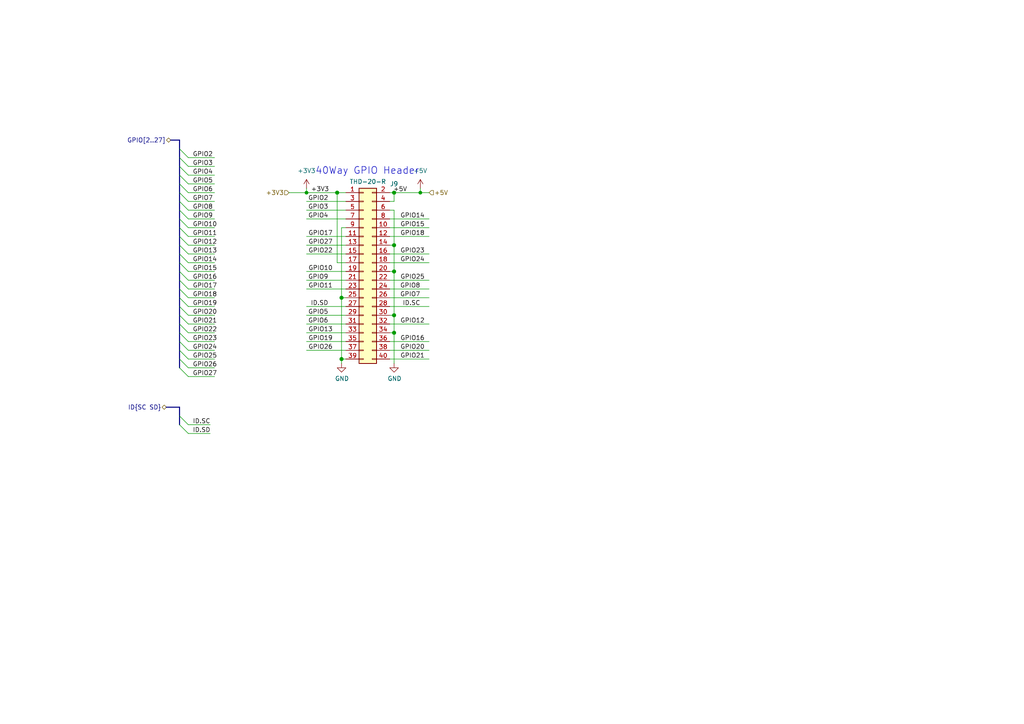
<source format=kicad_sch>
(kicad_sch (version 20211123) (generator eeschema)
  (paper "A4")
  (lib_symbols
    (symbol "Connector_Generic:Conn_02x20_Odd_Even" (pin_names hide)
      (property "Reference" "J" (at 1.27 25.4 0))
      (property "Value" "Conn_02x20_Odd_Even" (at 1.27 -27.94 0))
      (symbol "Conn_02x20_Odd_Even_1_1"
        (rectangle (start -1.27 -25.273) (end 0 -25.527))
        (rectangle (start -1.27 -22.733) (end 0 -22.987))
        (rectangle (start -1.27 -20.193) (end 0 -20.447))
        (rectangle (start -1.27 -17.653) (end 0 -17.907))
        (rectangle (start -1.27 -15.113) (end 0 -15.367))
        (rectangle (start -1.27 -12.573) (end 0 -12.827))
        (rectangle (start -1.27 -10.033) (end 0 -10.287))
        (rectangle (start -1.27 -7.493) (end 0 -7.747))
        (rectangle (start -1.27 -4.953) (end 0 -5.207))
        (rectangle (start -1.27 -2.413) (end 0 -2.667))
        (rectangle (start -1.27 0.127) (end 0 -0.127))
        (rectangle (start -1.27 2.667) (end 0 2.413))
        (rectangle (start -1.27 5.207) (end 0 4.953))
        (rectangle (start -1.27 7.747) (end 0 7.493))
        (rectangle (start -1.27 10.287) (end 0 10.033))
        (rectangle (start -1.27 12.827) (end 0 12.573))
        (rectangle (start -1.27 15.367) (end 0 15.113))
        (rectangle (start -1.27 17.907) (end 0 17.653))
        (rectangle (start -1.27 20.447) (end 0 20.193))
        (rectangle (start -1.27 22.987) (end 0 22.733))
        (rectangle (start -1.27 24.13) (end 3.81 -26.67) (stroke (width 0.254)) (fill (type background)))
        (rectangle (start 3.81 -25.273) (end 2.54 -25.527))
        (rectangle (start 3.81 -22.733) (end 2.54 -22.987))
        (rectangle (start 3.81 -20.193) (end 2.54 -20.447))
        (rectangle (start 3.81 -17.653) (end 2.54 -17.907))
        (rectangle (start 3.81 -15.113) (end 2.54 -15.367))
        (rectangle (start 3.81 -12.573) (end 2.54 -12.827))
        (rectangle (start 3.81 -10.033) (end 2.54 -10.287))
        (rectangle (start 3.81 -7.493) (end 2.54 -7.747))
        (rectangle (start 3.81 -4.953) (end 2.54 -5.207))
        (rectangle (start 3.81 -2.413) (end 2.54 -2.667))
        (rectangle (start 3.81 0.127) (end 2.54 -0.127))
        (rectangle (start 3.81 2.667) (end 2.54 2.413))
        (rectangle (start 3.81 5.207) (end 2.54 4.953))
        (rectangle (start 3.81 7.747) (end 2.54 7.493))
        (rectangle (start 3.81 10.287) (end 2.54 10.033))
        (rectangle (start 3.81 12.827) (end 2.54 12.573))
        (rectangle (start 3.81 15.367) (end 2.54 15.113))
        (rectangle (start 3.81 17.907) (end 2.54 17.653))
        (rectangle (start 3.81 20.447) (end 2.54 20.193))
        (rectangle (start 3.81 22.987) (end 2.54 22.733))
        (pin passive line (at -5.08 22.86 0) (length 3.81) (name "Pin_1") (number "1"))
        (pin passive line (at 7.62 12.7 180) (length 3.81) (name "Pin_10") (number "10"))
        (pin passive line (at -5.08 10.16 0) (length 3.81) (name "Pin_11") (number "11"))
        (pin passive line (at 7.62 10.16 180) (length 3.81) (name "Pin_12") (number "12"))
        (pin passive line (at -5.08 7.62 0) (length 3.81) (name "Pin_13") (number "13"))
        (pin passive line (at 7.62 7.62 180) (length 3.81) (name "Pin_14") (number "14"))
        (pin passive line (at -5.08 5.08 0) (length 3.81) (name "Pin_15") (number "15"))
        (pin passive line (at 7.62 5.08 180) (length 3.81) (name "Pin_16") (number "16"))
        (pin passive line (at -5.08 2.54 0) (length 3.81) (name "Pin_17") (number "17"))
        (pin passive line (at 7.62 2.54 180) (length 3.81) (name "Pin_18") (number "18"))
        (pin passive line (at -5.08 0 0) (length 3.81) (name "Pin_19") (number "19"))
        (pin passive line (at 7.62 22.86 180) (length 3.81) (name "Pin_2") (number "2"))
        (pin passive line (at 7.62 0 180) (length 3.81) (name "Pin_20") (number "20"))
        (pin passive line (at -5.08 -2.54 0) (length 3.81) (name "Pin_21") (number "21"))
        (pin passive line (at 7.62 -2.54 180) (length 3.81) (name "Pin_22") (number "22"))
        (pin passive line (at -5.08 -5.08 0) (length 3.81) (name "Pin_23") (number "23"))
        (pin passive line (at 7.62 -5.08 180) (length 3.81) (name "Pin_24") (number "24"))
        (pin passive line (at -5.08 -7.62 0) (length 3.81) (name "Pin_25") (number "25"))
        (pin passive line (at 7.62 -7.62 180) (length 3.81) (name "Pin_26") (number "26"))
        (pin passive line (at -5.08 -10.16 0) (length 3.81) (name "Pin_27") (number "27"))
        (pin passive line (at 7.62 -10.16 180) (length 3.81) (name "Pin_28") (number "28"))
        (pin passive line (at -5.08 -12.7 0) (length 3.81) (name "Pin_29") (number "29"))
        (pin passive line (at -5.08 20.32 0) (length 3.81) (name "Pin_3") (number "3"))
        (pin passive line (at 7.62 -12.7 180) (length 3.81) (name "Pin_30") (number "30"))
        (pin passive line (at -5.08 -15.24 0) (length 3.81) (name "Pin_31") (number "31"))
        (pin passive line (at 7.62 -15.24 180) (length 3.81) (name "Pin_32") (number "32"))
        (pin passive line (at -5.08 -17.78 0) (length 3.81) (name "Pin_33") (number "33"))
        (pin passive line (at 7.62 -17.78 180) (length 3.81) (name "Pin_34") (number "34"))
        (pin passive line (at -5.08 -20.32 0) (length 3.81) (name "Pin_35") (number "35"))
        (pin passive line (at 7.62 -20.32 180) (length 3.81) (name "Pin_36") (number "36"))
        (pin passive line (at -5.08 -22.86 0) (length 3.81) (name "Pin_37") (number "37"))
        (pin passive line (at 7.62 -22.86 180) (length 3.81) (name "Pin_38") (number "38"))
        (pin passive line (at -5.08 -25.4 0) (length 3.81) (name "Pin_39") (number "39"))
        (pin passive line (at 7.62 20.32 180) (length 3.81) (name "Pin_4") (number "4"))
        (pin passive line (at 7.62 -25.4 180) (length 3.81) (name "Pin_40") (number "40"))
        (pin passive line (at -5.08 17.78 0) (length 3.81) (name "Pin_5") (number "5"))
        (pin passive line (at 7.62 17.78 180) (length 3.81) (name "Pin_6") (number "6"))
        (pin passive line (at -5.08 15.24 0) (length 3.81) (name "Pin_7") (number "7"))
        (pin passive line (at 7.62 15.24 180) (length 3.81) (name "Pin_8") (number "8"))
        (pin passive line (at -5.08 12.7 0) (length 3.81) (name "Pin_9") (number "9"))
      )
    )
    (symbol "power:+3V3" (power) (pin_names (offset 0))
      (property "Value" "+3V3" (at 0 3.556 0))
      (symbol "+3V3_0_1"
        (polyline (pts (xy -0.762 1.27) (xy 0 2.54)))
        (polyline (pts (xy 0 0) (xy 0 2.54)))
        (polyline (pts (xy 0 2.54) (xy 0.762 1.27)))
      )
      (symbol "+3V3_1_1"
        (pin power_in line (at 0 0 90) (length 0) hide (name "+3V3") (number "1"))
      )
    )
    (symbol "power:+5V" (power) (pin_names (offset 0))
      (property "Value" "+5V" (at 0 3.556 0))
      (symbol "+5V_0_1"
        (polyline (pts (xy -0.762 1.27) (xy 0 2.54)))
        (polyline (pts (xy 0 0) (xy 0 2.54)))
        (polyline (pts (xy 0 2.54) (xy 0.762 1.27)))
      )
      (symbol "+5V_1_1"
        (pin power_in line (at 0 0 90) (length 0) hide (name "+5V") (number "1"))
      )
    )
    (symbol "power:GND" (power) (pin_names (offset 0))
      (property "Value" "GND" (at 0 -3.81 0))
      (symbol "GND_0_1"
        (polyline (pts (xy 0 0) (xy 0 -1.27) (xy 1.27 -1.27) (xy 0 -2.54) (xy -1.27 -1.27) (xy 0 -1.27)))
      )
      (symbol "GND_1_1"
        (pin power_in line (at 0 0 270) (length 0) hide (name "GND") (number "1"))
      )
    )
  )
  (junction (at 114.3 55.88) (diameter 1.016))
  (junction (at 99.06 86.36) (diameter 1.016))
  (junction (at 99.06 104.14) (diameter 1.016))
  (junction (at 121.92 55.88))
  (junction (at 88.9 55.88))
  (junction (at 114.3 96.52) (diameter 1.016))
  (junction (at 114.3 78.74) (diameter 1.016))
  (junction (at 97.79 55.88) (diameter 1.016))
  (junction (at 114.3 71.12) (diameter 1.016))
  (junction (at 114.3 91.44) (diameter 1.016))
  (bus_entry (at 52.07 43.18) (size 2.54 2.54))
  (bus_entry (at 52.07 50.8) (size 2.54 2.54))
  (bus_entry (at 52.07 83.82) (size 2.54 2.54))
  (bus_entry (at 52.07 104.14) (size 2.54 2.54))
  (bus_entry (at 52.07 55.88) (size 2.54 2.54))
  (bus_entry (at 52.07 58.42) (size 2.54 2.54))
  (bus_entry (at 52.07 81.28) (size 2.54 2.54))
  (bus_entry (at 52.07 73.66) (size 2.54 2.54))
  (bus_entry (at 52.07 68.58) (size 2.54 2.54))
  (bus_entry (at 52.07 66.04) (size 2.54 2.54))
  (bus_entry (at 52.07 106.68) (size 2.54 2.54))
  (bus_entry (at 52.07 45.72) (size 2.54 2.54))
  (bus_entry (at 52.07 93.98) (size 2.54 2.54))
  (bus_entry (at 52.07 48.26) (size 2.54 2.54))
  (bus_entry (at 52.07 63.5) (size 2.54 2.54))
  (bus_entry (at 52.07 76.2) (size 2.54 2.54))
  (bus_entry (at 52.07 101.6) (size 2.54 2.54))
  (bus_entry (at 52.07 96.52) (size 2.54 2.54))
  (bus_entry (at 52.07 78.74) (size 2.54 2.54))
  (bus_entry (at 52.07 91.44) (size 2.54 2.54))
  (bus_entry (at 52.07 86.36) (size 2.54 2.54))
  (bus_entry (at 52.07 60.96) (size 2.54 2.54))
  (bus_entry (at 52.07 88.9) (size 2.54 2.54))
  (bus_entry (at 52.07 120.65) (size 2.54 2.54))
  (bus_entry (at 52.07 71.12) (size 2.54 2.54))
  (bus_entry (at 52.07 123.19) (size 2.54 2.54))
  (bus_entry (at 52.07 99.06) (size 2.54 2.54))
  (bus_entry (at 52.07 53.34) (size 2.54 2.54))
  (wire (pts (xy 113.03 76.2) (xy 124.46 76.2)))
  (bus (pts (xy 52.07 118.11) (xy 52.07 120.65)))
  (wire (pts (xy 113.03 99.06) (xy 124.46 99.06)))
  (wire (pts (xy 97.79 55.88) (xy 97.79 76.2)))
  (bus (pts (xy 52.07 43.18) (xy 52.07 45.72)))
  (wire (pts (xy 114.3 58.42) (xy 114.3 55.88)))
  (bus (pts (xy 52.07 60.96) (xy 52.07 63.5)))
  (bus (pts (xy 52.07 48.26) (xy 52.07 50.8)))
  (bus (pts (xy 52.07 91.44) (xy 52.07 93.98)))
  (wire (pts (xy 54.61 81.28) (xy 62.23 81.28)))
  (wire (pts (xy 121.92 55.88) (xy 124.46 55.88)))
  (wire (pts (xy 113.03 81.28) (xy 124.46 81.28)))
  (wire (pts (xy 113.03 55.88) (xy 114.3 55.88)))
  (wire (pts (xy 114.3 71.12) (xy 114.3 78.74)))
  (wire (pts (xy 114.3 96.52) (xy 114.3 91.44)))
  (bus (pts (xy 52.07 66.04) (xy 52.07 68.58)))
  (wire (pts (xy 54.61 48.26) (xy 62.23 48.26)))
  (wire (pts (xy 88.9 83.82) (xy 100.33 83.82)))
  (bus (pts (xy 52.07 58.42) (xy 52.07 60.96)))
  (bus (pts (xy 48.26 118.11) (xy 52.07 118.11)))
  (wire (pts (xy 54.61 101.6) (xy 62.23 101.6)))
  (wire (pts (xy 113.03 83.82) (xy 124.46 83.82)))
  (wire (pts (xy 54.61 71.12) (xy 62.23 71.12)))
  (wire (pts (xy 54.61 78.74) (xy 62.23 78.74)))
  (wire (pts (xy 113.03 66.04) (xy 124.46 66.04)))
  (bus (pts (xy 52.07 88.9) (xy 52.07 91.44)))
  (wire (pts (xy 54.61 50.8) (xy 62.23 50.8)))
  (wire (pts (xy 54.61 123.19) (xy 60.96 123.19)))
  (wire (pts (xy 88.9 63.5) (xy 100.33 63.5)))
  (bus (pts (xy 52.07 96.52) (xy 52.07 99.06)))
  (wire (pts (xy 54.61 88.9) (xy 62.23 88.9)))
  (wire (pts (xy 99.06 86.36) (xy 99.06 104.14)))
  (wire (pts (xy 113.03 93.98) (xy 124.46 93.98)))
  (wire (pts (xy 54.61 104.14) (xy 62.23 104.14)))
  (wire (pts (xy 114.3 60.96) (xy 114.3 71.12)))
  (wire (pts (xy 54.61 45.72) (xy 62.23 45.72)))
  (bus (pts (xy 52.07 50.8) (xy 52.07 53.34)))
  (wire (pts (xy 100.33 66.04) (xy 99.06 66.04)))
  (wire (pts (xy 113.03 73.66) (xy 124.46 73.66)))
  (bus (pts (xy 52.07 83.82) (xy 52.07 86.36)))
  (wire (pts (xy 88.9 88.9) (xy 100.33 88.9)))
  (bus (pts (xy 52.07 71.12) (xy 52.07 73.66)))
  (wire (pts (xy 113.03 63.5) (xy 124.46 63.5)))
  (wire (pts (xy 54.61 96.52) (xy 62.23 96.52)))
  (wire (pts (xy 54.61 55.88) (xy 62.23 55.88)))
  (wire (pts (xy 54.61 60.96) (xy 62.23 60.96)))
  (wire (pts (xy 113.03 60.96) (xy 114.3 60.96)))
  (wire (pts (xy 88.9 96.52) (xy 100.33 96.52)))
  (bus (pts (xy 52.07 86.36) (xy 52.07 88.9)))
  (wire (pts (xy 54.61 125.73) (xy 60.96 125.73)))
  (wire (pts (xy 88.9 91.44) (xy 100.33 91.44)))
  (wire (pts (xy 99.06 104.14) (xy 100.33 104.14)))
  (bus (pts (xy 52.07 93.98) (xy 52.07 96.52)))
  (wire (pts (xy 54.61 58.42) (xy 62.23 58.42)))
  (wire (pts (xy 54.61 106.68) (xy 62.23 106.68)))
  (wire (pts (xy 113.03 101.6) (xy 124.46 101.6)))
  (bus (pts (xy 52.07 45.72) (xy 52.07 48.26)))
  (wire (pts (xy 114.3 91.44) (xy 114.3 78.74)))
  (wire (pts (xy 54.61 93.98) (xy 62.23 93.98)))
  (wire (pts (xy 113.03 86.36) (xy 124.46 86.36)))
  (wire (pts (xy 54.61 73.66) (xy 62.23 73.66)))
  (bus (pts (xy 52.07 101.6) (xy 52.07 104.14)))
  (wire (pts (xy 121.92 54.61) (xy 121.92 55.88)))
  (wire (pts (xy 88.9 93.98) (xy 100.33 93.98)))
  (wire (pts (xy 113.03 68.58) (xy 124.46 68.58)))
  (bus (pts (xy 52.07 104.14) (xy 52.07 106.68)))
  (bus (pts (xy 49.53 40.64) (xy 52.07 40.64)))
  (wire (pts (xy 100.33 55.88) (xy 97.79 55.88)))
  (wire (pts (xy 99.06 104.14) (xy 99.06 105.41)))
  (wire (pts (xy 113.03 58.42) (xy 114.3 58.42)))
  (wire (pts (xy 88.9 54.61) (xy 88.9 55.88)))
  (wire (pts (xy 88.9 81.28) (xy 100.33 81.28)))
  (wire (pts (xy 54.61 63.5) (xy 62.23 63.5)))
  (wire (pts (xy 54.61 99.06) (xy 62.23 99.06)))
  (wire (pts (xy 88.9 73.66) (xy 100.33 73.66)))
  (bus (pts (xy 52.07 55.88) (xy 52.07 58.42)))
  (wire (pts (xy 54.61 91.44) (xy 62.23 91.44)))
  (wire (pts (xy 54.61 83.82) (xy 62.23 83.82)))
  (wire (pts (xy 114.3 78.74) (xy 113.03 78.74)))
  (wire (pts (xy 114.3 55.88) (xy 121.92 55.88)))
  (bus (pts (xy 52.07 99.06) (xy 52.07 101.6)))
  (bus (pts (xy 52.07 73.66) (xy 52.07 76.2)))
  (wire (pts (xy 88.9 55.88) (xy 97.79 55.88)))
  (wire (pts (xy 88.9 68.58) (xy 100.33 68.58)))
  (wire (pts (xy 114.3 71.12) (xy 113.03 71.12)))
  (wire (pts (xy 113.03 96.52) (xy 114.3 96.52)))
  (wire (pts (xy 88.9 99.06) (xy 100.33 99.06)))
  (wire (pts (xy 88.9 101.6) (xy 100.33 101.6)))
  (wire (pts (xy 97.79 76.2) (xy 100.33 76.2)))
  (bus (pts (xy 52.07 81.28) (xy 52.07 83.82)))
  (bus (pts (xy 52.07 76.2) (xy 52.07 78.74)))
  (wire (pts (xy 99.06 86.36) (xy 100.33 86.36)))
  (wire (pts (xy 113.03 104.14) (xy 124.46 104.14)))
  (wire (pts (xy 54.61 76.2) (xy 62.23 76.2)))
  (bus (pts (xy 52.07 68.58) (xy 52.07 71.12)))
  (wire (pts (xy 99.06 66.04) (xy 99.06 86.36)))
  (wire (pts (xy 113.03 88.9) (xy 124.46 88.9)))
  (bus (pts (xy 52.07 78.74) (xy 52.07 81.28)))
  (wire (pts (xy 88.9 58.42) (xy 100.33 58.42)))
  (bus (pts (xy 52.07 40.64) (xy 52.07 43.18)))
  (wire (pts (xy 114.3 96.52) (xy 114.3 105.41)))
  (bus (pts (xy 52.07 120.65) (xy 52.07 123.19)))
  (wire (pts (xy 83.82 55.88) (xy 88.9 55.88)))
  (bus (pts (xy 52.07 53.34) (xy 52.07 55.88)))
  (wire (pts (xy 54.61 86.36) (xy 62.23 86.36)))
  (wire (pts (xy 88.9 78.74) (xy 100.33 78.74)))
  (wire (pts (xy 54.61 66.04) (xy 62.23 66.04)))
  (wire (pts (xy 113.03 91.44) (xy 114.3 91.44)))
  (wire (pts (xy 88.9 71.12) (xy 100.33 71.12)))
  (wire (pts (xy 54.61 53.34) (xy 62.23 53.34)))
  (wire (pts (xy 54.61 109.22) (xy 62.23 109.22)))
  (wire (pts (xy 54.61 68.58) (xy 62.23 68.58)))
  (wire (pts (xy 88.9 60.96) (xy 100.33 60.96)))
  (bus (pts (xy 52.07 63.5) (xy 52.07 66.04)))
  (text "40Way GPIO Header" (at 91.44 50.8 0) (effects (font (size 2.007 2.007)) (justify left bottom)))
  (label "GPIO19" (at 55.88 88.9 0))
  (label "GPIO6" (at 55.88 55.88 0))
  (label "GPIO14" (at 123.19 63.5 180))
  (label "ID.SD" (at 95.25 88.9 180))
  (label "ID.SD" (at 55.88 125.73 0))
  (label "GPIO15" (at 55.88 78.74 0))
  (label "GPIO5" (at 55.88 53.34 0))
  (label "GPIO5" (at 95.25 91.44 180))
  (label "GPIO25" (at 55.88 104.14 0))
  (label "GPIO22" (at 55.88 96.52 0))
  (label "GPIO17" (at 55.88 83.82 0))
  (label "GPIO24" (at 55.88 101.6 0))
  (label "GPIO23" (at 55.88 99.06 0))
  (label "+5V" (at 118.11 55.88 180))
  (label "GPIO27" (at 96.52 71.12 180))
  (label "GPIO25" (at 123.19 81.28 180))
  (label "GPIO14" (at 55.88 76.2 0))
  (label "GPIO2" (at 95.25 58.42 180))
  (label "GPIO4" (at 95.25 63.5 180))
  (label "GPIO15" (at 123.19 66.04 180))
  (label "GPIO3" (at 55.88 48.26 0))
  (label "GPIO26" (at 55.88 106.68 0))
  (label "GPIO24" (at 123.19 76.2 180))
  (label "GPIO13" (at 55.88 73.66 0))
  (label "GPIO11" (at 96.52 83.82 180))
  (label "GPIO18" (at 123.19 68.58 180))
  (label "GPIO13" (at 96.52 96.52 180))
  (label "GPIO2" (at 55.88 45.72 0))
  (label "GPIO20" (at 123.19 101.6 180))
  (label "GPIO22" (at 96.52 73.66 180))
  (label "GPIO16" (at 55.88 81.28 0))
  (label "GPIO7" (at 121.92 86.36 180))
  (label "GPIO3" (at 95.25 60.96 180))
  (label "+3V3" (at 90.17 55.88 0))
  (label "GPIO23" (at 123.19 73.66 180))
  (label "GPIO11" (at 55.88 68.58 0))
  (label "GPIO8" (at 121.92 83.82 180))
  (label "GPIO7" (at 55.88 58.42 0))
  (label "GPIO9" (at 95.25 81.28 180))
  (label "GPIO18" (at 55.88 86.36 0))
  (label "GPIO26" (at 96.52 101.6 180))
  (label "GPIO9" (at 55.88 63.5 0))
  (label "GPIO10" (at 96.52 78.74 180))
  (label "GPIO21" (at 55.88 93.98 0))
  (label "GPIO17" (at 96.52 68.58 180))
  (label "GPIO6" (at 95.25 93.98 180))
  (label "GPIO12" (at 123.19 93.98 180))
  (label "GPIO27" (at 55.88 109.22 0))
  (label "ID.SC" (at 121.92 88.9 180))
  (label "GPIO4" (at 55.88 50.8 0))
  (label "GPIO16" (at 123.19 99.06 180))
  (label "GPIO20" (at 55.88 91.44 0))
  (label "GPIO21" (at 123.19 104.14 180))
  (label "GPIO12" (at 55.88 71.12 0))
  (label "ID.SC" (at 55.88 123.19 0))
  (label "GPIO19" (at 96.52 99.06 180))
  (label "GPIO8" (at 55.88 60.96 0))
  (label "GPIO10" (at 55.88 66.04 0))
  (hierarchical_label "+5V" (shape input) (at 124.46 55.88 0))
  (hierarchical_label "+3V3" (shape input) (at 83.82 55.88 180))
  (hierarchical_label "ID{SC SD}" (shape bidirectional) (at 48.26 118.11 180))
  (hierarchical_label "GPIO[2..27]" (shape bidirectional) (at 49.53 40.64 180))
  (symbol (lib_id "power:GND") (at 99.06 105.41 0) (unit 1)
    (property "Reference" "#PWR0124" (effects hide))
    (property "Value" "GND" (at 99.187 109.8042 0))
  )
  (symbol (lib_id "power:+5V") (at 121.92 54.61 0) (unit 1)
    (property "Reference" "#PWR02" (effects hide))
    (property "Value" "+5V" (at 121.92 49.53 0))
  )
  (symbol (lib_id "Connector_Generic:Conn_02x20_Odd_Even") (at 105.41 78.74 0) (unit 1)
    (property "Reference" "J9" (at 114.3 53.34 0))
    (property "Value" "THD-20-R" (at 106.68 52.6796 0))
    (property "Footprint" "Connector_PinHeader_2.54mm:PinHeader_2x20_P2.54mm_Vertical" (effects hide))
    (property "Datasheet" "https://www.toby.co.uk/uploads/publications/1673.pdf" (effects hide))
    (property "Field4" "Toby" (effects hide))
    (property "Field5" "THD-20-R" (effects hide))
    (property "Field6" "THD-20-R" (effects hide))
    (property "Field7" "Toby" (effects hide))
    (property "Field8" "UCON00511" (effects hide))
    (property "Part Description" "PinHeader_2x20_P2.54mm_Vertical" (effects hide))
  )
  (symbol (lib_id "power:+3V3") (at 88.9 54.61 0) (unit 1)
    (property "Reference" "#PWR011" (effects hide))
    (property "Value" "+3V3" (at 88.9 49.53 0))
  )
  (symbol (lib_id "power:GND") (at 114.3 105.41 0) (unit 1)
    (property "Reference" "#PWR0123" (effects hide))
    (property "Value" "GND" (at 114.427 109.8042 0))
  )
)
</source>
